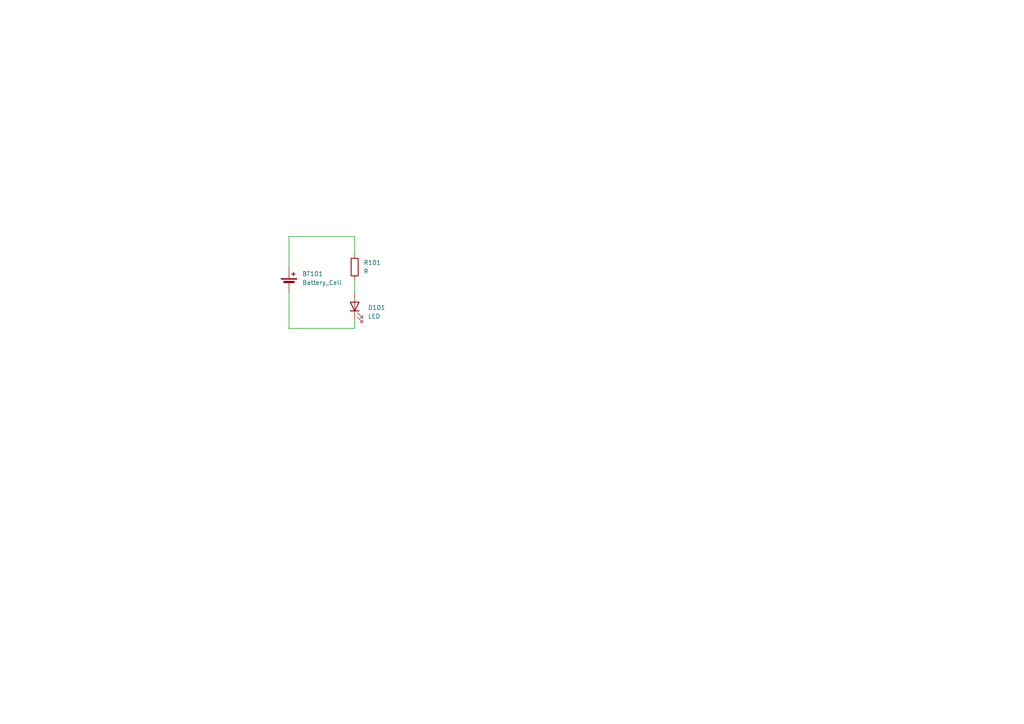
<source format=kicad_sch>
(kicad_sch (version 20231120) (generator "eeschema") (generator_version "7.99")
  (paper "A4")
  (lib_symbols
    (symbol "Device:Battery_Cell" (pin_numbers hide) (pin_names (offset 0) hide)
      (property "Reference" "BT" (at 2.54 2.54 0))
      (property "Value" "Battery_Cell" (at 2.54 0 0))
      (symbol "Battery_Cell_0_1"
        (rectangle (start -2.286 1.778) (end 2.286 1.524) (fill (type outline)))
        (rectangle (start -1.524 1.016) (end 1.524 0.508) (fill (type outline)))
        (polyline (pts (xy 0 0.762) (xy 0 0)))
        (polyline (pts (xy 0 1.778) (xy 0 2.54)))
        (polyline (pts (xy 0.762 3.048) (xy 1.778 3.048)) (stroke (width 0.254)))
        (polyline (pts (xy 1.27 3.556) (xy 1.27 2.54)) (stroke (width 0.254)))
      )
      (symbol "Battery_Cell_1_1"
        (pin passive line (at 0 5.08 270) (length 2.54) (name "+") (number "1"))
        (pin passive line (at 0 -2.54 90) (length 2.54) (name "-") (number "2"))
      )
    )
    (symbol "Device:LED" (pin_numbers hide) (pin_names (offset 1.016) hide)
      (property "Reference" "D" (at 0 2.54 0))
      (property "Value" "LED" (at 0 -2.54 0))
      (symbol "LED_0_1"
        (polyline (pts (xy -1.27 -1.27) (xy -1.27 1.27)) (stroke (width 0.254)))
        (polyline (pts (xy -1.27 0) (xy 1.27 0)))
        (polyline (pts (xy 1.27 -1.27) (xy 1.27 1.27) (xy -1.27 0) (xy 1.27 -1.27)) (stroke (width 0.254)))
        (polyline (pts (xy -3.048 -0.762) (xy -4.572 -2.286) (xy -3.81 -2.286) (xy -4.572 -2.286) (xy -4.572 -1.524)))
        (polyline (pts (xy -1.778 -0.762) (xy -3.302 -2.286) (xy -2.54 -2.286) (xy -3.302 -2.286) (xy -3.302 -1.524)))
      )
      (symbol "LED_1_1"
        (pin passive line (at -3.81 0 0) (length 2.54) (name "K") (number "1"))
        (pin passive line (at 3.81 0 180) (length 2.54) (name "A") (number "2"))
      )
    )
    (symbol "Device:R" (pin_numbers hide) (pin_names (offset 0))
      (property "Reference" "R" (at 2.032 0 90))
      (property "Value" "R" (at 0 0 90))
      (symbol "R_0_1"
        (rectangle (start -1.016 -2.54) (end 1.016 2.54) (stroke (width 0.254)))
      )
      (symbol "R_1_1"
        (pin passive line (at 0 3.81 270) (length 1.27) (name "~") (number "1"))
        (pin passive line (at 0 -3.81 90) (length 1.27) (name "~") (number "2"))
      )
    )
  )
  (wire (pts (xy 83.82 77.47) (xy 83.82 68.58)))
  (wire (pts (xy 83.82 68.58) (xy 102.87 68.58)))
  (wire (pts (xy 83.82 95.25) (xy 83.82 85.09)))
  (wire (pts (xy 102.87 68.58) (xy 102.87 73.66)))
  (wire (pts (xy 83.82 95.25) (xy 102.87 95.25)))
  (wire (pts (xy 102.87 81.28) (xy 102.87 85.09)))
  (wire (pts (xy 102.87 95.25) (xy 102.87 92.71)))
  (symbol (lib_id "Device:Battery_Cell") (at 83.82 82.55 0) (unit 1)
    (property "Reference" "BT101" (at 87.63 79.4384 0) (effects (justify left)))
    (property "Value" "Battery_Cell" (at 87.63 81.9784 0) (effects (justify left)))
    (property "Description" "Single-cell battery" (effects (hide yes)))
  )
  (symbol (lib_id "Device:R") (at 102.87 77.47 0) (unit 1)
    (property "Reference" "R101" (at 105.41 76.1999 0) (effects (justify left)))
    (property "Value" "R" (at 105.41 78.7399 0) (effects (justify left)))
    (property "Description" "Resistor" (effects (hide yes)))
  )
  (symbol (lib_id "Device:LED") (at 102.87 88.9 90) (unit 1)
    (property "Reference" "D101" (at 106.68 89.2174 90) (effects (justify right)))
    (property "Value" "LED" (at 106.68 91.7574 90) (effects (justify right)))
    (property "Description" "Light emitting diode" (effects (hide yes)))
  )
)
</source>
